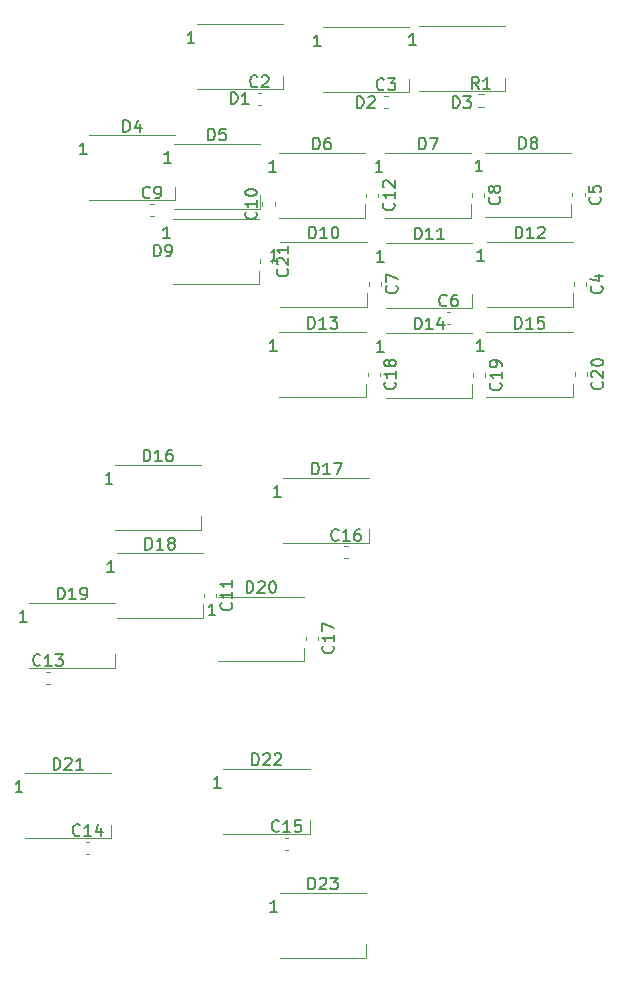
<source format=gbr>
%TF.GenerationSoftware,KiCad,Pcbnew,(5.1.12-1-10_14)*%
%TF.CreationDate,2021-11-24T11:20:23+11:00*%
%TF.ProjectId,Landing Gear Panel PCB V2,4c616e64-696e-4672-9047-656172205061,rev?*%
%TF.SameCoordinates,Original*%
%TF.FileFunction,Legend,Top*%
%TF.FilePolarity,Positive*%
%FSLAX46Y46*%
G04 Gerber Fmt 4.6, Leading zero omitted, Abs format (unit mm)*
G04 Created by KiCad (PCBNEW (5.1.12-1-10_14)) date 2021-11-24 11:20:23*
%MOMM*%
%LPD*%
G01*
G04 APERTURE LIST*
%ADD10C,0.120000*%
%ADD11C,0.150000*%
G04 APERTURE END LIST*
D10*
%TO.C,C21*%
X87140000Y-60049721D02*
X87140000Y-60375279D01*
X88160000Y-60049721D02*
X88160000Y-60375279D01*
%TO.C,C20*%
X113790000Y-69599721D02*
X113790000Y-69925279D01*
X114810000Y-69599721D02*
X114810000Y-69925279D01*
%TO.C,C19*%
X105190000Y-69699721D02*
X105190000Y-70025279D01*
X106210000Y-69699721D02*
X106210000Y-70025279D01*
%TO.C,C18*%
X96240000Y-69624721D02*
X96240000Y-69950279D01*
X97260000Y-69624721D02*
X97260000Y-69950279D01*
%TO.C,C7*%
X96390000Y-61949721D02*
X96390000Y-62275279D01*
X97410000Y-61949721D02*
X97410000Y-62275279D01*
%TO.C,D6*%
X96016000Y-56521600D02*
X96016000Y-55371600D01*
X88716000Y-56521600D02*
X96016000Y-56521600D01*
X88716000Y-51021600D02*
X96016000Y-51021600D01*
%TO.C,C11*%
X83410000Y-88334420D02*
X83410000Y-88615580D01*
X82390000Y-88334420D02*
X82390000Y-88615580D01*
%TO.C,R1*%
X105587742Y-46077500D02*
X106062258Y-46077500D01*
X105587742Y-47122500D02*
X106062258Y-47122500D01*
%TO.C,C17*%
X92010000Y-91984420D02*
X92010000Y-92265580D01*
X90990000Y-91984420D02*
X90990000Y-92265580D01*
%TO.C,C16*%
X94284420Y-84340000D02*
X94565580Y-84340000D01*
X94284420Y-85360000D02*
X94565580Y-85360000D01*
%TO.C,C15*%
X89234420Y-108990000D02*
X89515580Y-108990000D01*
X89234420Y-110010000D02*
X89515580Y-110010000D01*
%TO.C,C14*%
X72384420Y-109340000D02*
X72665580Y-109340000D01*
X72384420Y-110360000D02*
X72665580Y-110360000D01*
%TO.C,C13*%
X69034420Y-94940000D02*
X69315580Y-94940000D01*
X69034420Y-95960000D02*
X69315580Y-95960000D01*
%TO.C,C12*%
X97160000Y-54484420D02*
X97160000Y-54765580D01*
X96140000Y-54484420D02*
X96140000Y-54765580D01*
%TO.C,C10*%
X87340000Y-55490580D02*
X87340000Y-55209420D01*
X88360000Y-55490580D02*
X88360000Y-55209420D01*
%TO.C,C9*%
X77834420Y-55340000D02*
X78115580Y-55340000D01*
X77834420Y-56360000D02*
X78115580Y-56360000D01*
%TO.C,C8*%
X106110000Y-54459420D02*
X106110000Y-54740580D01*
X105090000Y-54459420D02*
X105090000Y-54740580D01*
%TO.C,C6*%
X102959420Y-64490000D02*
X103240580Y-64490000D01*
X102959420Y-65510000D02*
X103240580Y-65510000D01*
%TO.C,C5*%
X114610000Y-54434420D02*
X114610000Y-54715580D01*
X113590000Y-54434420D02*
X113590000Y-54715580D01*
%TO.C,C4*%
X114760000Y-61984420D02*
X114760000Y-62265580D01*
X113740000Y-61984420D02*
X113740000Y-62265580D01*
%TO.C,C3*%
X97659420Y-46190000D02*
X97940580Y-46190000D01*
X97659420Y-47210000D02*
X97940580Y-47210000D01*
%TO.C,C2*%
X86934420Y-45940000D02*
X87215580Y-45940000D01*
X86934420Y-46960000D02*
X87215580Y-46960000D01*
%TO.C,D16*%
X82150000Y-82950000D02*
X82150000Y-81800000D01*
X74850000Y-82950000D02*
X82150000Y-82950000D01*
X74850000Y-77450000D02*
X82150000Y-77450000D01*
%TO.C,D23*%
X96094400Y-119184000D02*
X96094400Y-118034000D01*
X88794400Y-119184000D02*
X96094400Y-119184000D01*
X88794400Y-113684000D02*
X96094400Y-113684000D01*
%TO.C,D22*%
X91330800Y-108668000D02*
X91330800Y-107518000D01*
X84030800Y-108668000D02*
X91330800Y-108668000D01*
X84030800Y-103168000D02*
X91330800Y-103168000D01*
%TO.C,D21*%
X74527600Y-109049000D02*
X74527600Y-107899000D01*
X67227600Y-109049000D02*
X74527600Y-109049000D01*
X67227600Y-103549000D02*
X74527600Y-103549000D01*
%TO.C,D20*%
X90873600Y-94088400D02*
X90873600Y-92938400D01*
X83573600Y-94088400D02*
X90873600Y-94088400D01*
X83573600Y-88588400D02*
X90873600Y-88588400D01*
%TO.C,D19*%
X74883200Y-94621600D02*
X74883200Y-93471600D01*
X67583200Y-94621600D02*
X74883200Y-94621600D01*
X67583200Y-89121600D02*
X74883200Y-89121600D01*
%TO.C,D18*%
X82300000Y-90405200D02*
X82300000Y-89255200D01*
X75000000Y-90405200D02*
X82300000Y-90405200D01*
X75000000Y-84905200D02*
X82300000Y-84905200D01*
%TO.C,D17*%
X96400000Y-84050000D02*
X96400000Y-82900000D01*
X89100000Y-84050000D02*
X96400000Y-84050000D01*
X89100000Y-78550000D02*
X96400000Y-78550000D01*
%TO.C,D15*%
X113593000Y-71710800D02*
X113593000Y-70560800D01*
X106293000Y-71710800D02*
X113593000Y-71710800D01*
X106293000Y-66210800D02*
X113593000Y-66210800D01*
%TO.C,D14*%
X105109000Y-71761600D02*
X105109000Y-70611600D01*
X97809000Y-71761600D02*
X105109000Y-71761600D01*
X97809000Y-66261600D02*
X105109000Y-66261600D01*
%TO.C,D13*%
X96066800Y-71710800D02*
X96066800Y-70560800D01*
X88766800Y-71710800D02*
X96066800Y-71710800D01*
X88766800Y-66210800D02*
X96066800Y-66210800D01*
%TO.C,D12*%
X113632000Y-64065600D02*
X113632000Y-62915600D01*
X106332000Y-64065600D02*
X113632000Y-64065600D01*
X106332000Y-58565600D02*
X113632000Y-58565600D01*
%TO.C,D11*%
X105109000Y-64141600D02*
X105109000Y-62991600D01*
X97809000Y-64141600D02*
X105109000Y-64141600D01*
X97809000Y-58641600D02*
X105109000Y-58641600D01*
%TO.C,D10*%
X96156800Y-64065600D02*
X96156800Y-62915600D01*
X88856800Y-64065600D02*
X96156800Y-64065600D01*
X88856800Y-58565600D02*
X96156800Y-58565600D01*
%TO.C,D9*%
X87024400Y-62160400D02*
X87024400Y-61010400D01*
X79724400Y-62160400D02*
X87024400Y-62160400D01*
X79724400Y-56660400D02*
X87024400Y-56660400D01*
%TO.C,D8*%
X113480000Y-56496400D02*
X113480000Y-55346400D01*
X106180000Y-56496400D02*
X113480000Y-56496400D01*
X106180000Y-50996400D02*
X113480000Y-50996400D01*
%TO.C,D7*%
X105008000Y-56521600D02*
X105008000Y-55371600D01*
X97708000Y-56521600D02*
X105008000Y-56521600D01*
X97708000Y-51021600D02*
X105008000Y-51021600D01*
%TO.C,D5*%
X87126000Y-55759600D02*
X87126000Y-54609600D01*
X79826000Y-55759600D02*
X87126000Y-55759600D01*
X79826000Y-50259600D02*
X87126000Y-50259600D01*
%TO.C,D4*%
X79963200Y-55048400D02*
X79963200Y-53898400D01*
X72663200Y-55048400D02*
X79963200Y-55048400D01*
X72663200Y-49548400D02*
X79963200Y-49548400D01*
%TO.C,D3*%
X107852000Y-45802800D02*
X107852000Y-44652800D01*
X100552000Y-45802800D02*
X107852000Y-45802800D01*
X100552000Y-40302800D02*
X107852000Y-40302800D01*
%TO.C,D2*%
X99775200Y-45904400D02*
X99775200Y-44754400D01*
X92475200Y-45904400D02*
X99775200Y-45904400D01*
X92475200Y-40404400D02*
X99775200Y-40404400D01*
%TO.C,D1*%
X89095600Y-45625200D02*
X89095600Y-44475200D01*
X81795600Y-45625200D02*
X89095600Y-45625200D01*
X81795600Y-40125200D02*
X89095600Y-40125200D01*
%TO.C,C21*%
D11*
X89437142Y-60855357D02*
X89484761Y-60902976D01*
X89532380Y-61045833D01*
X89532380Y-61141071D01*
X89484761Y-61283928D01*
X89389523Y-61379166D01*
X89294285Y-61426785D01*
X89103809Y-61474404D01*
X88960952Y-61474404D01*
X88770476Y-61426785D01*
X88675238Y-61379166D01*
X88580000Y-61283928D01*
X88532380Y-61141071D01*
X88532380Y-61045833D01*
X88580000Y-60902976D01*
X88627619Y-60855357D01*
X88627619Y-60474404D02*
X88580000Y-60426785D01*
X88532380Y-60331547D01*
X88532380Y-60093452D01*
X88580000Y-59998214D01*
X88627619Y-59950595D01*
X88722857Y-59902976D01*
X88818095Y-59902976D01*
X88960952Y-59950595D01*
X89532380Y-60522023D01*
X89532380Y-59902976D01*
X89532380Y-58950595D02*
X89532380Y-59522023D01*
X89532380Y-59236309D02*
X88532380Y-59236309D01*
X88675238Y-59331547D01*
X88770476Y-59426785D01*
X88818095Y-59522023D01*
%TO.C,C20*%
X116087142Y-70405357D02*
X116134761Y-70452976D01*
X116182380Y-70595833D01*
X116182380Y-70691071D01*
X116134761Y-70833928D01*
X116039523Y-70929166D01*
X115944285Y-70976785D01*
X115753809Y-71024404D01*
X115610952Y-71024404D01*
X115420476Y-70976785D01*
X115325238Y-70929166D01*
X115230000Y-70833928D01*
X115182380Y-70691071D01*
X115182380Y-70595833D01*
X115230000Y-70452976D01*
X115277619Y-70405357D01*
X115277619Y-70024404D02*
X115230000Y-69976785D01*
X115182380Y-69881547D01*
X115182380Y-69643452D01*
X115230000Y-69548214D01*
X115277619Y-69500595D01*
X115372857Y-69452976D01*
X115468095Y-69452976D01*
X115610952Y-69500595D01*
X116182380Y-70072023D01*
X116182380Y-69452976D01*
X115182380Y-68833928D02*
X115182380Y-68738690D01*
X115230000Y-68643452D01*
X115277619Y-68595833D01*
X115372857Y-68548214D01*
X115563333Y-68500595D01*
X115801428Y-68500595D01*
X115991904Y-68548214D01*
X116087142Y-68595833D01*
X116134761Y-68643452D01*
X116182380Y-68738690D01*
X116182380Y-68833928D01*
X116134761Y-68929166D01*
X116087142Y-68976785D01*
X115991904Y-69024404D01*
X115801428Y-69072023D01*
X115563333Y-69072023D01*
X115372857Y-69024404D01*
X115277619Y-68976785D01*
X115230000Y-68929166D01*
X115182380Y-68833928D01*
%TO.C,C19*%
X107487142Y-70505357D02*
X107534761Y-70552976D01*
X107582380Y-70695833D01*
X107582380Y-70791071D01*
X107534761Y-70933928D01*
X107439523Y-71029166D01*
X107344285Y-71076785D01*
X107153809Y-71124404D01*
X107010952Y-71124404D01*
X106820476Y-71076785D01*
X106725238Y-71029166D01*
X106630000Y-70933928D01*
X106582380Y-70791071D01*
X106582380Y-70695833D01*
X106630000Y-70552976D01*
X106677619Y-70505357D01*
X107582380Y-69552976D02*
X107582380Y-70124404D01*
X107582380Y-69838690D02*
X106582380Y-69838690D01*
X106725238Y-69933928D01*
X106820476Y-70029166D01*
X106868095Y-70124404D01*
X107582380Y-69076785D02*
X107582380Y-68886309D01*
X107534761Y-68791071D01*
X107487142Y-68743452D01*
X107344285Y-68648214D01*
X107153809Y-68600595D01*
X106772857Y-68600595D01*
X106677619Y-68648214D01*
X106630000Y-68695833D01*
X106582380Y-68791071D01*
X106582380Y-68981547D01*
X106630000Y-69076785D01*
X106677619Y-69124404D01*
X106772857Y-69172023D01*
X107010952Y-69172023D01*
X107106190Y-69124404D01*
X107153809Y-69076785D01*
X107201428Y-68981547D01*
X107201428Y-68791071D01*
X107153809Y-68695833D01*
X107106190Y-68648214D01*
X107010952Y-68600595D01*
%TO.C,C18*%
X98537142Y-70430357D02*
X98584761Y-70477976D01*
X98632380Y-70620833D01*
X98632380Y-70716071D01*
X98584761Y-70858928D01*
X98489523Y-70954166D01*
X98394285Y-71001785D01*
X98203809Y-71049404D01*
X98060952Y-71049404D01*
X97870476Y-71001785D01*
X97775238Y-70954166D01*
X97680000Y-70858928D01*
X97632380Y-70716071D01*
X97632380Y-70620833D01*
X97680000Y-70477976D01*
X97727619Y-70430357D01*
X98632380Y-69477976D02*
X98632380Y-70049404D01*
X98632380Y-69763690D02*
X97632380Y-69763690D01*
X97775238Y-69858928D01*
X97870476Y-69954166D01*
X97918095Y-70049404D01*
X98060952Y-68906547D02*
X98013333Y-69001785D01*
X97965714Y-69049404D01*
X97870476Y-69097023D01*
X97822857Y-69097023D01*
X97727619Y-69049404D01*
X97680000Y-69001785D01*
X97632380Y-68906547D01*
X97632380Y-68716071D01*
X97680000Y-68620833D01*
X97727619Y-68573214D01*
X97822857Y-68525595D01*
X97870476Y-68525595D01*
X97965714Y-68573214D01*
X98013333Y-68620833D01*
X98060952Y-68716071D01*
X98060952Y-68906547D01*
X98108571Y-69001785D01*
X98156190Y-69049404D01*
X98251428Y-69097023D01*
X98441904Y-69097023D01*
X98537142Y-69049404D01*
X98584761Y-69001785D01*
X98632380Y-68906547D01*
X98632380Y-68716071D01*
X98584761Y-68620833D01*
X98537142Y-68573214D01*
X98441904Y-68525595D01*
X98251428Y-68525595D01*
X98156190Y-68573214D01*
X98108571Y-68620833D01*
X98060952Y-68716071D01*
%TO.C,C7*%
X98687142Y-62279166D02*
X98734761Y-62326785D01*
X98782380Y-62469642D01*
X98782380Y-62564880D01*
X98734761Y-62707738D01*
X98639523Y-62802976D01*
X98544285Y-62850595D01*
X98353809Y-62898214D01*
X98210952Y-62898214D01*
X98020476Y-62850595D01*
X97925238Y-62802976D01*
X97830000Y-62707738D01*
X97782380Y-62564880D01*
X97782380Y-62469642D01*
X97830000Y-62326785D01*
X97877619Y-62279166D01*
X97782380Y-61945833D02*
X97782380Y-61279166D01*
X98782380Y-61707738D01*
%TO.C,D6*%
X91627904Y-50723980D02*
X91627904Y-49723980D01*
X91866000Y-49723980D01*
X92008857Y-49771600D01*
X92104095Y-49866838D01*
X92151714Y-49962076D01*
X92199333Y-50152552D01*
X92199333Y-50295409D01*
X92151714Y-50485885D01*
X92104095Y-50581123D01*
X92008857Y-50676361D01*
X91866000Y-50723980D01*
X91627904Y-50723980D01*
X93056476Y-49723980D02*
X92866000Y-49723980D01*
X92770761Y-49771600D01*
X92723142Y-49819219D01*
X92627904Y-49962076D01*
X92580285Y-50152552D01*
X92580285Y-50533504D01*
X92627904Y-50628742D01*
X92675523Y-50676361D01*
X92770761Y-50723980D01*
X92961238Y-50723980D01*
X93056476Y-50676361D01*
X93104095Y-50628742D01*
X93151714Y-50533504D01*
X93151714Y-50295409D01*
X93104095Y-50200171D01*
X93056476Y-50152552D01*
X92961238Y-50104933D01*
X92770761Y-50104933D01*
X92675523Y-50152552D01*
X92627904Y-50200171D01*
X92580285Y-50295409D01*
X88501714Y-52623980D02*
X87930285Y-52623980D01*
X88216000Y-52623980D02*
X88216000Y-51623980D01*
X88120761Y-51766838D01*
X88025523Y-51862076D01*
X87930285Y-51909695D01*
%TO.C,C11*%
X84687142Y-89117857D02*
X84734761Y-89165476D01*
X84782380Y-89308333D01*
X84782380Y-89403571D01*
X84734761Y-89546428D01*
X84639523Y-89641666D01*
X84544285Y-89689285D01*
X84353809Y-89736904D01*
X84210952Y-89736904D01*
X84020476Y-89689285D01*
X83925238Y-89641666D01*
X83830000Y-89546428D01*
X83782380Y-89403571D01*
X83782380Y-89308333D01*
X83830000Y-89165476D01*
X83877619Y-89117857D01*
X84782380Y-88165476D02*
X84782380Y-88736904D01*
X84782380Y-88451190D02*
X83782380Y-88451190D01*
X83925238Y-88546428D01*
X84020476Y-88641666D01*
X84068095Y-88736904D01*
X84782380Y-87213095D02*
X84782380Y-87784523D01*
X84782380Y-87498809D02*
X83782380Y-87498809D01*
X83925238Y-87594047D01*
X84020476Y-87689285D01*
X84068095Y-87784523D01*
%TO.C,R1*%
X105658333Y-45622380D02*
X105325000Y-45146190D01*
X105086904Y-45622380D02*
X105086904Y-44622380D01*
X105467857Y-44622380D01*
X105563095Y-44670000D01*
X105610714Y-44717619D01*
X105658333Y-44812857D01*
X105658333Y-44955714D01*
X105610714Y-45050952D01*
X105563095Y-45098571D01*
X105467857Y-45146190D01*
X105086904Y-45146190D01*
X106610714Y-45622380D02*
X106039285Y-45622380D01*
X106325000Y-45622380D02*
X106325000Y-44622380D01*
X106229761Y-44765238D01*
X106134523Y-44860476D01*
X106039285Y-44908095D01*
%TO.C,C17*%
X93287142Y-92767857D02*
X93334761Y-92815476D01*
X93382380Y-92958333D01*
X93382380Y-93053571D01*
X93334761Y-93196428D01*
X93239523Y-93291666D01*
X93144285Y-93339285D01*
X92953809Y-93386904D01*
X92810952Y-93386904D01*
X92620476Y-93339285D01*
X92525238Y-93291666D01*
X92430000Y-93196428D01*
X92382380Y-93053571D01*
X92382380Y-92958333D01*
X92430000Y-92815476D01*
X92477619Y-92767857D01*
X93382380Y-91815476D02*
X93382380Y-92386904D01*
X93382380Y-92101190D02*
X92382380Y-92101190D01*
X92525238Y-92196428D01*
X92620476Y-92291666D01*
X92668095Y-92386904D01*
X92382380Y-91482142D02*
X92382380Y-90815476D01*
X93382380Y-91244047D01*
%TO.C,C16*%
X93782142Y-83777142D02*
X93734523Y-83824761D01*
X93591666Y-83872380D01*
X93496428Y-83872380D01*
X93353571Y-83824761D01*
X93258333Y-83729523D01*
X93210714Y-83634285D01*
X93163095Y-83443809D01*
X93163095Y-83300952D01*
X93210714Y-83110476D01*
X93258333Y-83015238D01*
X93353571Y-82920000D01*
X93496428Y-82872380D01*
X93591666Y-82872380D01*
X93734523Y-82920000D01*
X93782142Y-82967619D01*
X94734523Y-83872380D02*
X94163095Y-83872380D01*
X94448809Y-83872380D02*
X94448809Y-82872380D01*
X94353571Y-83015238D01*
X94258333Y-83110476D01*
X94163095Y-83158095D01*
X95591666Y-82872380D02*
X95401190Y-82872380D01*
X95305952Y-82920000D01*
X95258333Y-82967619D01*
X95163095Y-83110476D01*
X95115476Y-83300952D01*
X95115476Y-83681904D01*
X95163095Y-83777142D01*
X95210714Y-83824761D01*
X95305952Y-83872380D01*
X95496428Y-83872380D01*
X95591666Y-83824761D01*
X95639285Y-83777142D01*
X95686904Y-83681904D01*
X95686904Y-83443809D01*
X95639285Y-83348571D01*
X95591666Y-83300952D01*
X95496428Y-83253333D01*
X95305952Y-83253333D01*
X95210714Y-83300952D01*
X95163095Y-83348571D01*
X95115476Y-83443809D01*
%TO.C,C15*%
X88732142Y-108427142D02*
X88684523Y-108474761D01*
X88541666Y-108522380D01*
X88446428Y-108522380D01*
X88303571Y-108474761D01*
X88208333Y-108379523D01*
X88160714Y-108284285D01*
X88113095Y-108093809D01*
X88113095Y-107950952D01*
X88160714Y-107760476D01*
X88208333Y-107665238D01*
X88303571Y-107570000D01*
X88446428Y-107522380D01*
X88541666Y-107522380D01*
X88684523Y-107570000D01*
X88732142Y-107617619D01*
X89684523Y-108522380D02*
X89113095Y-108522380D01*
X89398809Y-108522380D02*
X89398809Y-107522380D01*
X89303571Y-107665238D01*
X89208333Y-107760476D01*
X89113095Y-107808095D01*
X90589285Y-107522380D02*
X90113095Y-107522380D01*
X90065476Y-107998571D01*
X90113095Y-107950952D01*
X90208333Y-107903333D01*
X90446428Y-107903333D01*
X90541666Y-107950952D01*
X90589285Y-107998571D01*
X90636904Y-108093809D01*
X90636904Y-108331904D01*
X90589285Y-108427142D01*
X90541666Y-108474761D01*
X90446428Y-108522380D01*
X90208333Y-108522380D01*
X90113095Y-108474761D01*
X90065476Y-108427142D01*
%TO.C,C14*%
X71882142Y-108777142D02*
X71834523Y-108824761D01*
X71691666Y-108872380D01*
X71596428Y-108872380D01*
X71453571Y-108824761D01*
X71358333Y-108729523D01*
X71310714Y-108634285D01*
X71263095Y-108443809D01*
X71263095Y-108300952D01*
X71310714Y-108110476D01*
X71358333Y-108015238D01*
X71453571Y-107920000D01*
X71596428Y-107872380D01*
X71691666Y-107872380D01*
X71834523Y-107920000D01*
X71882142Y-107967619D01*
X72834523Y-108872380D02*
X72263095Y-108872380D01*
X72548809Y-108872380D02*
X72548809Y-107872380D01*
X72453571Y-108015238D01*
X72358333Y-108110476D01*
X72263095Y-108158095D01*
X73691666Y-108205714D02*
X73691666Y-108872380D01*
X73453571Y-107824761D02*
X73215476Y-108539047D01*
X73834523Y-108539047D01*
%TO.C,C13*%
X68532142Y-94377142D02*
X68484523Y-94424761D01*
X68341666Y-94472380D01*
X68246428Y-94472380D01*
X68103571Y-94424761D01*
X68008333Y-94329523D01*
X67960714Y-94234285D01*
X67913095Y-94043809D01*
X67913095Y-93900952D01*
X67960714Y-93710476D01*
X68008333Y-93615238D01*
X68103571Y-93520000D01*
X68246428Y-93472380D01*
X68341666Y-93472380D01*
X68484523Y-93520000D01*
X68532142Y-93567619D01*
X69484523Y-94472380D02*
X68913095Y-94472380D01*
X69198809Y-94472380D02*
X69198809Y-93472380D01*
X69103571Y-93615238D01*
X69008333Y-93710476D01*
X68913095Y-93758095D01*
X69817857Y-93472380D02*
X70436904Y-93472380D01*
X70103571Y-93853333D01*
X70246428Y-93853333D01*
X70341666Y-93900952D01*
X70389285Y-93948571D01*
X70436904Y-94043809D01*
X70436904Y-94281904D01*
X70389285Y-94377142D01*
X70341666Y-94424761D01*
X70246428Y-94472380D01*
X69960714Y-94472380D01*
X69865476Y-94424761D01*
X69817857Y-94377142D01*
%TO.C,C12*%
X98437142Y-55267857D02*
X98484761Y-55315476D01*
X98532380Y-55458333D01*
X98532380Y-55553571D01*
X98484761Y-55696428D01*
X98389523Y-55791666D01*
X98294285Y-55839285D01*
X98103809Y-55886904D01*
X97960952Y-55886904D01*
X97770476Y-55839285D01*
X97675238Y-55791666D01*
X97580000Y-55696428D01*
X97532380Y-55553571D01*
X97532380Y-55458333D01*
X97580000Y-55315476D01*
X97627619Y-55267857D01*
X98532380Y-54315476D02*
X98532380Y-54886904D01*
X98532380Y-54601190D02*
X97532380Y-54601190D01*
X97675238Y-54696428D01*
X97770476Y-54791666D01*
X97818095Y-54886904D01*
X97627619Y-53934523D02*
X97580000Y-53886904D01*
X97532380Y-53791666D01*
X97532380Y-53553571D01*
X97580000Y-53458333D01*
X97627619Y-53410714D01*
X97722857Y-53363095D01*
X97818095Y-53363095D01*
X97960952Y-53410714D01*
X98532380Y-53982142D01*
X98532380Y-53363095D01*
%TO.C,C10*%
X86777142Y-55992857D02*
X86824761Y-56040476D01*
X86872380Y-56183333D01*
X86872380Y-56278571D01*
X86824761Y-56421428D01*
X86729523Y-56516666D01*
X86634285Y-56564285D01*
X86443809Y-56611904D01*
X86300952Y-56611904D01*
X86110476Y-56564285D01*
X86015238Y-56516666D01*
X85920000Y-56421428D01*
X85872380Y-56278571D01*
X85872380Y-56183333D01*
X85920000Y-56040476D01*
X85967619Y-55992857D01*
X86872380Y-55040476D02*
X86872380Y-55611904D01*
X86872380Y-55326190D02*
X85872380Y-55326190D01*
X86015238Y-55421428D01*
X86110476Y-55516666D01*
X86158095Y-55611904D01*
X85872380Y-54421428D02*
X85872380Y-54326190D01*
X85920000Y-54230952D01*
X85967619Y-54183333D01*
X86062857Y-54135714D01*
X86253333Y-54088095D01*
X86491428Y-54088095D01*
X86681904Y-54135714D01*
X86777142Y-54183333D01*
X86824761Y-54230952D01*
X86872380Y-54326190D01*
X86872380Y-54421428D01*
X86824761Y-54516666D01*
X86777142Y-54564285D01*
X86681904Y-54611904D01*
X86491428Y-54659523D01*
X86253333Y-54659523D01*
X86062857Y-54611904D01*
X85967619Y-54564285D01*
X85920000Y-54516666D01*
X85872380Y-54421428D01*
%TO.C,C9*%
X77808333Y-54777142D02*
X77760714Y-54824761D01*
X77617857Y-54872380D01*
X77522619Y-54872380D01*
X77379761Y-54824761D01*
X77284523Y-54729523D01*
X77236904Y-54634285D01*
X77189285Y-54443809D01*
X77189285Y-54300952D01*
X77236904Y-54110476D01*
X77284523Y-54015238D01*
X77379761Y-53920000D01*
X77522619Y-53872380D01*
X77617857Y-53872380D01*
X77760714Y-53920000D01*
X77808333Y-53967619D01*
X78284523Y-54872380D02*
X78475000Y-54872380D01*
X78570238Y-54824761D01*
X78617857Y-54777142D01*
X78713095Y-54634285D01*
X78760714Y-54443809D01*
X78760714Y-54062857D01*
X78713095Y-53967619D01*
X78665476Y-53920000D01*
X78570238Y-53872380D01*
X78379761Y-53872380D01*
X78284523Y-53920000D01*
X78236904Y-53967619D01*
X78189285Y-54062857D01*
X78189285Y-54300952D01*
X78236904Y-54396190D01*
X78284523Y-54443809D01*
X78379761Y-54491428D01*
X78570238Y-54491428D01*
X78665476Y-54443809D01*
X78713095Y-54396190D01*
X78760714Y-54300952D01*
%TO.C,C8*%
X107387142Y-54766666D02*
X107434761Y-54814285D01*
X107482380Y-54957142D01*
X107482380Y-55052380D01*
X107434761Y-55195238D01*
X107339523Y-55290476D01*
X107244285Y-55338095D01*
X107053809Y-55385714D01*
X106910952Y-55385714D01*
X106720476Y-55338095D01*
X106625238Y-55290476D01*
X106530000Y-55195238D01*
X106482380Y-55052380D01*
X106482380Y-54957142D01*
X106530000Y-54814285D01*
X106577619Y-54766666D01*
X106910952Y-54195238D02*
X106863333Y-54290476D01*
X106815714Y-54338095D01*
X106720476Y-54385714D01*
X106672857Y-54385714D01*
X106577619Y-54338095D01*
X106530000Y-54290476D01*
X106482380Y-54195238D01*
X106482380Y-54004761D01*
X106530000Y-53909523D01*
X106577619Y-53861904D01*
X106672857Y-53814285D01*
X106720476Y-53814285D01*
X106815714Y-53861904D01*
X106863333Y-53909523D01*
X106910952Y-54004761D01*
X106910952Y-54195238D01*
X106958571Y-54290476D01*
X107006190Y-54338095D01*
X107101428Y-54385714D01*
X107291904Y-54385714D01*
X107387142Y-54338095D01*
X107434761Y-54290476D01*
X107482380Y-54195238D01*
X107482380Y-54004761D01*
X107434761Y-53909523D01*
X107387142Y-53861904D01*
X107291904Y-53814285D01*
X107101428Y-53814285D01*
X107006190Y-53861904D01*
X106958571Y-53909523D01*
X106910952Y-54004761D01*
%TO.C,C6*%
X102933333Y-63927142D02*
X102885714Y-63974761D01*
X102742857Y-64022380D01*
X102647619Y-64022380D01*
X102504761Y-63974761D01*
X102409523Y-63879523D01*
X102361904Y-63784285D01*
X102314285Y-63593809D01*
X102314285Y-63450952D01*
X102361904Y-63260476D01*
X102409523Y-63165238D01*
X102504761Y-63070000D01*
X102647619Y-63022380D01*
X102742857Y-63022380D01*
X102885714Y-63070000D01*
X102933333Y-63117619D01*
X103790476Y-63022380D02*
X103600000Y-63022380D01*
X103504761Y-63070000D01*
X103457142Y-63117619D01*
X103361904Y-63260476D01*
X103314285Y-63450952D01*
X103314285Y-63831904D01*
X103361904Y-63927142D01*
X103409523Y-63974761D01*
X103504761Y-64022380D01*
X103695238Y-64022380D01*
X103790476Y-63974761D01*
X103838095Y-63927142D01*
X103885714Y-63831904D01*
X103885714Y-63593809D01*
X103838095Y-63498571D01*
X103790476Y-63450952D01*
X103695238Y-63403333D01*
X103504761Y-63403333D01*
X103409523Y-63450952D01*
X103361904Y-63498571D01*
X103314285Y-63593809D01*
%TO.C,C5*%
X115887142Y-54741666D02*
X115934761Y-54789285D01*
X115982380Y-54932142D01*
X115982380Y-55027380D01*
X115934761Y-55170238D01*
X115839523Y-55265476D01*
X115744285Y-55313095D01*
X115553809Y-55360714D01*
X115410952Y-55360714D01*
X115220476Y-55313095D01*
X115125238Y-55265476D01*
X115030000Y-55170238D01*
X114982380Y-55027380D01*
X114982380Y-54932142D01*
X115030000Y-54789285D01*
X115077619Y-54741666D01*
X114982380Y-53836904D02*
X114982380Y-54313095D01*
X115458571Y-54360714D01*
X115410952Y-54313095D01*
X115363333Y-54217857D01*
X115363333Y-53979761D01*
X115410952Y-53884523D01*
X115458571Y-53836904D01*
X115553809Y-53789285D01*
X115791904Y-53789285D01*
X115887142Y-53836904D01*
X115934761Y-53884523D01*
X115982380Y-53979761D01*
X115982380Y-54217857D01*
X115934761Y-54313095D01*
X115887142Y-54360714D01*
%TO.C,C4*%
X116037142Y-62291666D02*
X116084761Y-62339285D01*
X116132380Y-62482142D01*
X116132380Y-62577380D01*
X116084761Y-62720238D01*
X115989523Y-62815476D01*
X115894285Y-62863095D01*
X115703809Y-62910714D01*
X115560952Y-62910714D01*
X115370476Y-62863095D01*
X115275238Y-62815476D01*
X115180000Y-62720238D01*
X115132380Y-62577380D01*
X115132380Y-62482142D01*
X115180000Y-62339285D01*
X115227619Y-62291666D01*
X115465714Y-61434523D02*
X116132380Y-61434523D01*
X115084761Y-61672619D02*
X115799047Y-61910714D01*
X115799047Y-61291666D01*
%TO.C,C3*%
X97633333Y-45627142D02*
X97585714Y-45674761D01*
X97442857Y-45722380D01*
X97347619Y-45722380D01*
X97204761Y-45674761D01*
X97109523Y-45579523D01*
X97061904Y-45484285D01*
X97014285Y-45293809D01*
X97014285Y-45150952D01*
X97061904Y-44960476D01*
X97109523Y-44865238D01*
X97204761Y-44770000D01*
X97347619Y-44722380D01*
X97442857Y-44722380D01*
X97585714Y-44770000D01*
X97633333Y-44817619D01*
X97966666Y-44722380D02*
X98585714Y-44722380D01*
X98252380Y-45103333D01*
X98395238Y-45103333D01*
X98490476Y-45150952D01*
X98538095Y-45198571D01*
X98585714Y-45293809D01*
X98585714Y-45531904D01*
X98538095Y-45627142D01*
X98490476Y-45674761D01*
X98395238Y-45722380D01*
X98109523Y-45722380D01*
X98014285Y-45674761D01*
X97966666Y-45627142D01*
%TO.C,C2*%
X86908333Y-45377142D02*
X86860714Y-45424761D01*
X86717857Y-45472380D01*
X86622619Y-45472380D01*
X86479761Y-45424761D01*
X86384523Y-45329523D01*
X86336904Y-45234285D01*
X86289285Y-45043809D01*
X86289285Y-44900952D01*
X86336904Y-44710476D01*
X86384523Y-44615238D01*
X86479761Y-44520000D01*
X86622619Y-44472380D01*
X86717857Y-44472380D01*
X86860714Y-44520000D01*
X86908333Y-44567619D01*
X87289285Y-44567619D02*
X87336904Y-44520000D01*
X87432142Y-44472380D01*
X87670238Y-44472380D01*
X87765476Y-44520000D01*
X87813095Y-44567619D01*
X87860714Y-44662857D01*
X87860714Y-44758095D01*
X87813095Y-44900952D01*
X87241666Y-45472380D01*
X87860714Y-45472380D01*
%TO.C,D16*%
X77285714Y-77152380D02*
X77285714Y-76152380D01*
X77523809Y-76152380D01*
X77666666Y-76200000D01*
X77761904Y-76295238D01*
X77809523Y-76390476D01*
X77857142Y-76580952D01*
X77857142Y-76723809D01*
X77809523Y-76914285D01*
X77761904Y-77009523D01*
X77666666Y-77104761D01*
X77523809Y-77152380D01*
X77285714Y-77152380D01*
X78809523Y-77152380D02*
X78238095Y-77152380D01*
X78523809Y-77152380D02*
X78523809Y-76152380D01*
X78428571Y-76295238D01*
X78333333Y-76390476D01*
X78238095Y-76438095D01*
X79666666Y-76152380D02*
X79476190Y-76152380D01*
X79380952Y-76200000D01*
X79333333Y-76247619D01*
X79238095Y-76390476D01*
X79190476Y-76580952D01*
X79190476Y-76961904D01*
X79238095Y-77057142D01*
X79285714Y-77104761D01*
X79380952Y-77152380D01*
X79571428Y-77152380D01*
X79666666Y-77104761D01*
X79714285Y-77057142D01*
X79761904Y-76961904D01*
X79761904Y-76723809D01*
X79714285Y-76628571D01*
X79666666Y-76580952D01*
X79571428Y-76533333D01*
X79380952Y-76533333D01*
X79285714Y-76580952D01*
X79238095Y-76628571D01*
X79190476Y-76723809D01*
X74635714Y-79052380D02*
X74064285Y-79052380D01*
X74350000Y-79052380D02*
X74350000Y-78052380D01*
X74254761Y-78195238D01*
X74159523Y-78290476D01*
X74064285Y-78338095D01*
%TO.C,D23*%
X91230114Y-113386380D02*
X91230114Y-112386380D01*
X91468209Y-112386380D01*
X91611066Y-112434000D01*
X91706304Y-112529238D01*
X91753923Y-112624476D01*
X91801542Y-112814952D01*
X91801542Y-112957809D01*
X91753923Y-113148285D01*
X91706304Y-113243523D01*
X91611066Y-113338761D01*
X91468209Y-113386380D01*
X91230114Y-113386380D01*
X92182495Y-112481619D02*
X92230114Y-112434000D01*
X92325352Y-112386380D01*
X92563447Y-112386380D01*
X92658685Y-112434000D01*
X92706304Y-112481619D01*
X92753923Y-112576857D01*
X92753923Y-112672095D01*
X92706304Y-112814952D01*
X92134876Y-113386380D01*
X92753923Y-113386380D01*
X93087257Y-112386380D02*
X93706304Y-112386380D01*
X93372971Y-112767333D01*
X93515828Y-112767333D01*
X93611066Y-112814952D01*
X93658685Y-112862571D01*
X93706304Y-112957809D01*
X93706304Y-113195904D01*
X93658685Y-113291142D01*
X93611066Y-113338761D01*
X93515828Y-113386380D01*
X93230114Y-113386380D01*
X93134876Y-113338761D01*
X93087257Y-113291142D01*
X88580114Y-115286380D02*
X88008685Y-115286380D01*
X88294400Y-115286380D02*
X88294400Y-114286380D01*
X88199161Y-114429238D01*
X88103923Y-114524476D01*
X88008685Y-114572095D01*
%TO.C,D22*%
X86466514Y-102870380D02*
X86466514Y-101870380D01*
X86704609Y-101870380D01*
X86847466Y-101918000D01*
X86942704Y-102013238D01*
X86990323Y-102108476D01*
X87037942Y-102298952D01*
X87037942Y-102441809D01*
X86990323Y-102632285D01*
X86942704Y-102727523D01*
X86847466Y-102822761D01*
X86704609Y-102870380D01*
X86466514Y-102870380D01*
X87418895Y-101965619D02*
X87466514Y-101918000D01*
X87561752Y-101870380D01*
X87799847Y-101870380D01*
X87895085Y-101918000D01*
X87942704Y-101965619D01*
X87990323Y-102060857D01*
X87990323Y-102156095D01*
X87942704Y-102298952D01*
X87371276Y-102870380D01*
X87990323Y-102870380D01*
X88371276Y-101965619D02*
X88418895Y-101918000D01*
X88514133Y-101870380D01*
X88752228Y-101870380D01*
X88847466Y-101918000D01*
X88895085Y-101965619D01*
X88942704Y-102060857D01*
X88942704Y-102156095D01*
X88895085Y-102298952D01*
X88323657Y-102870380D01*
X88942704Y-102870380D01*
X83816514Y-104770380D02*
X83245085Y-104770380D01*
X83530800Y-104770380D02*
X83530800Y-103770380D01*
X83435561Y-103913238D01*
X83340323Y-104008476D01*
X83245085Y-104056095D01*
%TO.C,D21*%
X69663314Y-103251380D02*
X69663314Y-102251380D01*
X69901409Y-102251380D01*
X70044266Y-102299000D01*
X70139504Y-102394238D01*
X70187123Y-102489476D01*
X70234742Y-102679952D01*
X70234742Y-102822809D01*
X70187123Y-103013285D01*
X70139504Y-103108523D01*
X70044266Y-103203761D01*
X69901409Y-103251380D01*
X69663314Y-103251380D01*
X70615695Y-102346619D02*
X70663314Y-102299000D01*
X70758552Y-102251380D01*
X70996647Y-102251380D01*
X71091885Y-102299000D01*
X71139504Y-102346619D01*
X71187123Y-102441857D01*
X71187123Y-102537095D01*
X71139504Y-102679952D01*
X70568076Y-103251380D01*
X71187123Y-103251380D01*
X72139504Y-103251380D02*
X71568076Y-103251380D01*
X71853790Y-103251380D02*
X71853790Y-102251380D01*
X71758552Y-102394238D01*
X71663314Y-102489476D01*
X71568076Y-102537095D01*
X67013314Y-105151380D02*
X66441885Y-105151380D01*
X66727600Y-105151380D02*
X66727600Y-104151380D01*
X66632361Y-104294238D01*
X66537123Y-104389476D01*
X66441885Y-104437095D01*
%TO.C,D20*%
X86009314Y-88290780D02*
X86009314Y-87290780D01*
X86247409Y-87290780D01*
X86390266Y-87338400D01*
X86485504Y-87433638D01*
X86533123Y-87528876D01*
X86580742Y-87719352D01*
X86580742Y-87862209D01*
X86533123Y-88052685D01*
X86485504Y-88147923D01*
X86390266Y-88243161D01*
X86247409Y-88290780D01*
X86009314Y-88290780D01*
X86961695Y-87386019D02*
X87009314Y-87338400D01*
X87104552Y-87290780D01*
X87342647Y-87290780D01*
X87437885Y-87338400D01*
X87485504Y-87386019D01*
X87533123Y-87481257D01*
X87533123Y-87576495D01*
X87485504Y-87719352D01*
X86914076Y-88290780D01*
X87533123Y-88290780D01*
X88152171Y-87290780D02*
X88247409Y-87290780D01*
X88342647Y-87338400D01*
X88390266Y-87386019D01*
X88437885Y-87481257D01*
X88485504Y-87671733D01*
X88485504Y-87909828D01*
X88437885Y-88100304D01*
X88390266Y-88195542D01*
X88342647Y-88243161D01*
X88247409Y-88290780D01*
X88152171Y-88290780D01*
X88056933Y-88243161D01*
X88009314Y-88195542D01*
X87961695Y-88100304D01*
X87914076Y-87909828D01*
X87914076Y-87671733D01*
X87961695Y-87481257D01*
X88009314Y-87386019D01*
X88056933Y-87338400D01*
X88152171Y-87290780D01*
X83359314Y-90190780D02*
X82787885Y-90190780D01*
X83073600Y-90190780D02*
X83073600Y-89190780D01*
X82978361Y-89333638D01*
X82883123Y-89428876D01*
X82787885Y-89476495D01*
%TO.C,D19*%
X70018914Y-88823980D02*
X70018914Y-87823980D01*
X70257009Y-87823980D01*
X70399866Y-87871600D01*
X70495104Y-87966838D01*
X70542723Y-88062076D01*
X70590342Y-88252552D01*
X70590342Y-88395409D01*
X70542723Y-88585885D01*
X70495104Y-88681123D01*
X70399866Y-88776361D01*
X70257009Y-88823980D01*
X70018914Y-88823980D01*
X71542723Y-88823980D02*
X70971295Y-88823980D01*
X71257009Y-88823980D02*
X71257009Y-87823980D01*
X71161771Y-87966838D01*
X71066533Y-88062076D01*
X70971295Y-88109695D01*
X72018914Y-88823980D02*
X72209390Y-88823980D01*
X72304628Y-88776361D01*
X72352247Y-88728742D01*
X72447485Y-88585885D01*
X72495104Y-88395409D01*
X72495104Y-88014457D01*
X72447485Y-87919219D01*
X72399866Y-87871600D01*
X72304628Y-87823980D01*
X72114152Y-87823980D01*
X72018914Y-87871600D01*
X71971295Y-87919219D01*
X71923676Y-88014457D01*
X71923676Y-88252552D01*
X71971295Y-88347790D01*
X72018914Y-88395409D01*
X72114152Y-88443028D01*
X72304628Y-88443028D01*
X72399866Y-88395409D01*
X72447485Y-88347790D01*
X72495104Y-88252552D01*
X67368914Y-90723980D02*
X66797485Y-90723980D01*
X67083200Y-90723980D02*
X67083200Y-89723980D01*
X66987961Y-89866838D01*
X66892723Y-89962076D01*
X66797485Y-90009695D01*
%TO.C,D18*%
X77435714Y-84607580D02*
X77435714Y-83607580D01*
X77673809Y-83607580D01*
X77816666Y-83655200D01*
X77911904Y-83750438D01*
X77959523Y-83845676D01*
X78007142Y-84036152D01*
X78007142Y-84179009D01*
X77959523Y-84369485D01*
X77911904Y-84464723D01*
X77816666Y-84559961D01*
X77673809Y-84607580D01*
X77435714Y-84607580D01*
X78959523Y-84607580D02*
X78388095Y-84607580D01*
X78673809Y-84607580D02*
X78673809Y-83607580D01*
X78578571Y-83750438D01*
X78483333Y-83845676D01*
X78388095Y-83893295D01*
X79530952Y-84036152D02*
X79435714Y-83988533D01*
X79388095Y-83940914D01*
X79340476Y-83845676D01*
X79340476Y-83798057D01*
X79388095Y-83702819D01*
X79435714Y-83655200D01*
X79530952Y-83607580D01*
X79721428Y-83607580D01*
X79816666Y-83655200D01*
X79864285Y-83702819D01*
X79911904Y-83798057D01*
X79911904Y-83845676D01*
X79864285Y-83940914D01*
X79816666Y-83988533D01*
X79721428Y-84036152D01*
X79530952Y-84036152D01*
X79435714Y-84083771D01*
X79388095Y-84131390D01*
X79340476Y-84226628D01*
X79340476Y-84417104D01*
X79388095Y-84512342D01*
X79435714Y-84559961D01*
X79530952Y-84607580D01*
X79721428Y-84607580D01*
X79816666Y-84559961D01*
X79864285Y-84512342D01*
X79911904Y-84417104D01*
X79911904Y-84226628D01*
X79864285Y-84131390D01*
X79816666Y-84083771D01*
X79721428Y-84036152D01*
X74785714Y-86507580D02*
X74214285Y-86507580D01*
X74500000Y-86507580D02*
X74500000Y-85507580D01*
X74404761Y-85650438D01*
X74309523Y-85745676D01*
X74214285Y-85793295D01*
%TO.C,D17*%
X91535714Y-78252380D02*
X91535714Y-77252380D01*
X91773809Y-77252380D01*
X91916666Y-77300000D01*
X92011904Y-77395238D01*
X92059523Y-77490476D01*
X92107142Y-77680952D01*
X92107142Y-77823809D01*
X92059523Y-78014285D01*
X92011904Y-78109523D01*
X91916666Y-78204761D01*
X91773809Y-78252380D01*
X91535714Y-78252380D01*
X93059523Y-78252380D02*
X92488095Y-78252380D01*
X92773809Y-78252380D02*
X92773809Y-77252380D01*
X92678571Y-77395238D01*
X92583333Y-77490476D01*
X92488095Y-77538095D01*
X93392857Y-77252380D02*
X94059523Y-77252380D01*
X93630952Y-78252380D01*
X88885714Y-80152380D02*
X88314285Y-80152380D01*
X88600000Y-80152380D02*
X88600000Y-79152380D01*
X88504761Y-79295238D01*
X88409523Y-79390476D01*
X88314285Y-79438095D01*
%TO.C,D15*%
X108728714Y-65913180D02*
X108728714Y-64913180D01*
X108966809Y-64913180D01*
X109109666Y-64960800D01*
X109204904Y-65056038D01*
X109252523Y-65151276D01*
X109300142Y-65341752D01*
X109300142Y-65484609D01*
X109252523Y-65675085D01*
X109204904Y-65770323D01*
X109109666Y-65865561D01*
X108966809Y-65913180D01*
X108728714Y-65913180D01*
X110252523Y-65913180D02*
X109681095Y-65913180D01*
X109966809Y-65913180D02*
X109966809Y-64913180D01*
X109871571Y-65056038D01*
X109776333Y-65151276D01*
X109681095Y-65198895D01*
X111157285Y-64913180D02*
X110681095Y-64913180D01*
X110633476Y-65389371D01*
X110681095Y-65341752D01*
X110776333Y-65294133D01*
X111014428Y-65294133D01*
X111109666Y-65341752D01*
X111157285Y-65389371D01*
X111204904Y-65484609D01*
X111204904Y-65722704D01*
X111157285Y-65817942D01*
X111109666Y-65865561D01*
X111014428Y-65913180D01*
X110776333Y-65913180D01*
X110681095Y-65865561D01*
X110633476Y-65817942D01*
X106078714Y-67813180D02*
X105507285Y-67813180D01*
X105793000Y-67813180D02*
X105793000Y-66813180D01*
X105697761Y-66956038D01*
X105602523Y-67051276D01*
X105507285Y-67098895D01*
%TO.C,D14*%
X100244714Y-65963980D02*
X100244714Y-64963980D01*
X100482809Y-64963980D01*
X100625666Y-65011600D01*
X100720904Y-65106838D01*
X100768523Y-65202076D01*
X100816142Y-65392552D01*
X100816142Y-65535409D01*
X100768523Y-65725885D01*
X100720904Y-65821123D01*
X100625666Y-65916361D01*
X100482809Y-65963980D01*
X100244714Y-65963980D01*
X101768523Y-65963980D02*
X101197095Y-65963980D01*
X101482809Y-65963980D02*
X101482809Y-64963980D01*
X101387571Y-65106838D01*
X101292333Y-65202076D01*
X101197095Y-65249695D01*
X102625666Y-65297314D02*
X102625666Y-65963980D01*
X102387571Y-64916361D02*
X102149476Y-65630647D01*
X102768523Y-65630647D01*
X97594714Y-67863980D02*
X97023285Y-67863980D01*
X97309000Y-67863980D02*
X97309000Y-66863980D01*
X97213761Y-67006838D01*
X97118523Y-67102076D01*
X97023285Y-67149695D01*
%TO.C,D13*%
X91202514Y-65913180D02*
X91202514Y-64913180D01*
X91440609Y-64913180D01*
X91583466Y-64960800D01*
X91678704Y-65056038D01*
X91726323Y-65151276D01*
X91773942Y-65341752D01*
X91773942Y-65484609D01*
X91726323Y-65675085D01*
X91678704Y-65770323D01*
X91583466Y-65865561D01*
X91440609Y-65913180D01*
X91202514Y-65913180D01*
X92726323Y-65913180D02*
X92154895Y-65913180D01*
X92440609Y-65913180D02*
X92440609Y-64913180D01*
X92345371Y-65056038D01*
X92250133Y-65151276D01*
X92154895Y-65198895D01*
X93059657Y-64913180D02*
X93678704Y-64913180D01*
X93345371Y-65294133D01*
X93488228Y-65294133D01*
X93583466Y-65341752D01*
X93631085Y-65389371D01*
X93678704Y-65484609D01*
X93678704Y-65722704D01*
X93631085Y-65817942D01*
X93583466Y-65865561D01*
X93488228Y-65913180D01*
X93202514Y-65913180D01*
X93107276Y-65865561D01*
X93059657Y-65817942D01*
X88552514Y-67813180D02*
X87981085Y-67813180D01*
X88266800Y-67813180D02*
X88266800Y-66813180D01*
X88171561Y-66956038D01*
X88076323Y-67051276D01*
X87981085Y-67098895D01*
%TO.C,D12*%
X108767714Y-58267980D02*
X108767714Y-57267980D01*
X109005809Y-57267980D01*
X109148666Y-57315600D01*
X109243904Y-57410838D01*
X109291523Y-57506076D01*
X109339142Y-57696552D01*
X109339142Y-57839409D01*
X109291523Y-58029885D01*
X109243904Y-58125123D01*
X109148666Y-58220361D01*
X109005809Y-58267980D01*
X108767714Y-58267980D01*
X110291523Y-58267980D02*
X109720095Y-58267980D01*
X110005809Y-58267980D02*
X110005809Y-57267980D01*
X109910571Y-57410838D01*
X109815333Y-57506076D01*
X109720095Y-57553695D01*
X110672476Y-57363219D02*
X110720095Y-57315600D01*
X110815333Y-57267980D01*
X111053428Y-57267980D01*
X111148666Y-57315600D01*
X111196285Y-57363219D01*
X111243904Y-57458457D01*
X111243904Y-57553695D01*
X111196285Y-57696552D01*
X110624857Y-58267980D01*
X111243904Y-58267980D01*
X106117714Y-60167980D02*
X105546285Y-60167980D01*
X105832000Y-60167980D02*
X105832000Y-59167980D01*
X105736761Y-59310838D01*
X105641523Y-59406076D01*
X105546285Y-59453695D01*
%TO.C,D11*%
X100244714Y-58343980D02*
X100244714Y-57343980D01*
X100482809Y-57343980D01*
X100625666Y-57391600D01*
X100720904Y-57486838D01*
X100768523Y-57582076D01*
X100816142Y-57772552D01*
X100816142Y-57915409D01*
X100768523Y-58105885D01*
X100720904Y-58201123D01*
X100625666Y-58296361D01*
X100482809Y-58343980D01*
X100244714Y-58343980D01*
X101768523Y-58343980D02*
X101197095Y-58343980D01*
X101482809Y-58343980D02*
X101482809Y-57343980D01*
X101387571Y-57486838D01*
X101292333Y-57582076D01*
X101197095Y-57629695D01*
X102720904Y-58343980D02*
X102149476Y-58343980D01*
X102435190Y-58343980D02*
X102435190Y-57343980D01*
X102339952Y-57486838D01*
X102244714Y-57582076D01*
X102149476Y-57629695D01*
X97594714Y-60243980D02*
X97023285Y-60243980D01*
X97309000Y-60243980D02*
X97309000Y-59243980D01*
X97213761Y-59386838D01*
X97118523Y-59482076D01*
X97023285Y-59529695D01*
%TO.C,D10*%
X91292514Y-58267980D02*
X91292514Y-57267980D01*
X91530609Y-57267980D01*
X91673466Y-57315600D01*
X91768704Y-57410838D01*
X91816323Y-57506076D01*
X91863942Y-57696552D01*
X91863942Y-57839409D01*
X91816323Y-58029885D01*
X91768704Y-58125123D01*
X91673466Y-58220361D01*
X91530609Y-58267980D01*
X91292514Y-58267980D01*
X92816323Y-58267980D02*
X92244895Y-58267980D01*
X92530609Y-58267980D02*
X92530609Y-57267980D01*
X92435371Y-57410838D01*
X92340133Y-57506076D01*
X92244895Y-57553695D01*
X93435371Y-57267980D02*
X93530609Y-57267980D01*
X93625847Y-57315600D01*
X93673466Y-57363219D01*
X93721085Y-57458457D01*
X93768704Y-57648933D01*
X93768704Y-57887028D01*
X93721085Y-58077504D01*
X93673466Y-58172742D01*
X93625847Y-58220361D01*
X93530609Y-58267980D01*
X93435371Y-58267980D01*
X93340133Y-58220361D01*
X93292514Y-58172742D01*
X93244895Y-58077504D01*
X93197276Y-57887028D01*
X93197276Y-57648933D01*
X93244895Y-57458457D01*
X93292514Y-57363219D01*
X93340133Y-57315600D01*
X93435371Y-57267980D01*
X88642514Y-60167980D02*
X88071085Y-60167980D01*
X88356800Y-60167980D02*
X88356800Y-59167980D01*
X88261561Y-59310838D01*
X88166323Y-59406076D01*
X88071085Y-59453695D01*
%TO.C,D9*%
X78154304Y-59786780D02*
X78154304Y-58786780D01*
X78392400Y-58786780D01*
X78535257Y-58834400D01*
X78630495Y-58929638D01*
X78678114Y-59024876D01*
X78725733Y-59215352D01*
X78725733Y-59358209D01*
X78678114Y-59548685D01*
X78630495Y-59643923D01*
X78535257Y-59739161D01*
X78392400Y-59786780D01*
X78154304Y-59786780D01*
X79201923Y-59786780D02*
X79392400Y-59786780D01*
X79487638Y-59739161D01*
X79535257Y-59691542D01*
X79630495Y-59548685D01*
X79678114Y-59358209D01*
X79678114Y-58977257D01*
X79630495Y-58882019D01*
X79582876Y-58834400D01*
X79487638Y-58786780D01*
X79297161Y-58786780D01*
X79201923Y-58834400D01*
X79154304Y-58882019D01*
X79106685Y-58977257D01*
X79106685Y-59215352D01*
X79154304Y-59310590D01*
X79201923Y-59358209D01*
X79297161Y-59405828D01*
X79487638Y-59405828D01*
X79582876Y-59358209D01*
X79630495Y-59310590D01*
X79678114Y-59215352D01*
X79510114Y-58262780D02*
X78938685Y-58262780D01*
X79224400Y-58262780D02*
X79224400Y-57262780D01*
X79129161Y-57405638D01*
X79033923Y-57500876D01*
X78938685Y-57548495D01*
%TO.C,D8*%
X109091904Y-50698780D02*
X109091904Y-49698780D01*
X109330000Y-49698780D01*
X109472857Y-49746400D01*
X109568095Y-49841638D01*
X109615714Y-49936876D01*
X109663333Y-50127352D01*
X109663333Y-50270209D01*
X109615714Y-50460685D01*
X109568095Y-50555923D01*
X109472857Y-50651161D01*
X109330000Y-50698780D01*
X109091904Y-50698780D01*
X110234761Y-50127352D02*
X110139523Y-50079733D01*
X110091904Y-50032114D01*
X110044285Y-49936876D01*
X110044285Y-49889257D01*
X110091904Y-49794019D01*
X110139523Y-49746400D01*
X110234761Y-49698780D01*
X110425238Y-49698780D01*
X110520476Y-49746400D01*
X110568095Y-49794019D01*
X110615714Y-49889257D01*
X110615714Y-49936876D01*
X110568095Y-50032114D01*
X110520476Y-50079733D01*
X110425238Y-50127352D01*
X110234761Y-50127352D01*
X110139523Y-50174971D01*
X110091904Y-50222590D01*
X110044285Y-50317828D01*
X110044285Y-50508304D01*
X110091904Y-50603542D01*
X110139523Y-50651161D01*
X110234761Y-50698780D01*
X110425238Y-50698780D01*
X110520476Y-50651161D01*
X110568095Y-50603542D01*
X110615714Y-50508304D01*
X110615714Y-50317828D01*
X110568095Y-50222590D01*
X110520476Y-50174971D01*
X110425238Y-50127352D01*
X105965714Y-52598780D02*
X105394285Y-52598780D01*
X105680000Y-52598780D02*
X105680000Y-51598780D01*
X105584761Y-51741638D01*
X105489523Y-51836876D01*
X105394285Y-51884495D01*
%TO.C,D7*%
X100619904Y-50723980D02*
X100619904Y-49723980D01*
X100858000Y-49723980D01*
X101000857Y-49771600D01*
X101096095Y-49866838D01*
X101143714Y-49962076D01*
X101191333Y-50152552D01*
X101191333Y-50295409D01*
X101143714Y-50485885D01*
X101096095Y-50581123D01*
X101000857Y-50676361D01*
X100858000Y-50723980D01*
X100619904Y-50723980D01*
X101524666Y-49723980D02*
X102191333Y-49723980D01*
X101762761Y-50723980D01*
X97493714Y-52623980D02*
X96922285Y-52623980D01*
X97208000Y-52623980D02*
X97208000Y-51623980D01*
X97112761Y-51766838D01*
X97017523Y-51862076D01*
X96922285Y-51909695D01*
%TO.C,D5*%
X82737904Y-49961980D02*
X82737904Y-48961980D01*
X82976000Y-48961980D01*
X83118857Y-49009600D01*
X83214095Y-49104838D01*
X83261714Y-49200076D01*
X83309333Y-49390552D01*
X83309333Y-49533409D01*
X83261714Y-49723885D01*
X83214095Y-49819123D01*
X83118857Y-49914361D01*
X82976000Y-49961980D01*
X82737904Y-49961980D01*
X84214095Y-48961980D02*
X83737904Y-48961980D01*
X83690285Y-49438171D01*
X83737904Y-49390552D01*
X83833142Y-49342933D01*
X84071238Y-49342933D01*
X84166476Y-49390552D01*
X84214095Y-49438171D01*
X84261714Y-49533409D01*
X84261714Y-49771504D01*
X84214095Y-49866742D01*
X84166476Y-49914361D01*
X84071238Y-49961980D01*
X83833142Y-49961980D01*
X83737904Y-49914361D01*
X83690285Y-49866742D01*
X79611714Y-51861980D02*
X79040285Y-51861980D01*
X79326000Y-51861980D02*
X79326000Y-50861980D01*
X79230761Y-51004838D01*
X79135523Y-51100076D01*
X79040285Y-51147695D01*
%TO.C,D4*%
X75575104Y-49250780D02*
X75575104Y-48250780D01*
X75813200Y-48250780D01*
X75956057Y-48298400D01*
X76051295Y-48393638D01*
X76098914Y-48488876D01*
X76146533Y-48679352D01*
X76146533Y-48822209D01*
X76098914Y-49012685D01*
X76051295Y-49107923D01*
X75956057Y-49203161D01*
X75813200Y-49250780D01*
X75575104Y-49250780D01*
X77003676Y-48584114D02*
X77003676Y-49250780D01*
X76765580Y-48203161D02*
X76527485Y-48917447D01*
X77146533Y-48917447D01*
X72448914Y-51150780D02*
X71877485Y-51150780D01*
X72163200Y-51150780D02*
X72163200Y-50150780D01*
X72067961Y-50293638D01*
X71972723Y-50388876D01*
X71877485Y-50436495D01*
%TO.C,D3*%
X103452304Y-47239180D02*
X103452304Y-46239180D01*
X103690400Y-46239180D01*
X103833257Y-46286800D01*
X103928495Y-46382038D01*
X103976114Y-46477276D01*
X104023733Y-46667752D01*
X104023733Y-46810609D01*
X103976114Y-47001085D01*
X103928495Y-47096323D01*
X103833257Y-47191561D01*
X103690400Y-47239180D01*
X103452304Y-47239180D01*
X104357066Y-46239180D02*
X104976114Y-46239180D01*
X104642780Y-46620133D01*
X104785638Y-46620133D01*
X104880876Y-46667752D01*
X104928495Y-46715371D01*
X104976114Y-46810609D01*
X104976114Y-47048704D01*
X104928495Y-47143942D01*
X104880876Y-47191561D01*
X104785638Y-47239180D01*
X104499923Y-47239180D01*
X104404685Y-47191561D01*
X104357066Y-47143942D01*
X100337714Y-41905180D02*
X99766285Y-41905180D01*
X100052000Y-41905180D02*
X100052000Y-40905180D01*
X99956761Y-41048038D01*
X99861523Y-41143276D01*
X99766285Y-41190895D01*
%TO.C,D2*%
X95324704Y-47239180D02*
X95324704Y-46239180D01*
X95562800Y-46239180D01*
X95705657Y-46286800D01*
X95800895Y-46382038D01*
X95848514Y-46477276D01*
X95896133Y-46667752D01*
X95896133Y-46810609D01*
X95848514Y-47001085D01*
X95800895Y-47096323D01*
X95705657Y-47191561D01*
X95562800Y-47239180D01*
X95324704Y-47239180D01*
X96277085Y-46334419D02*
X96324704Y-46286800D01*
X96419942Y-46239180D01*
X96658038Y-46239180D01*
X96753276Y-46286800D01*
X96800895Y-46334419D01*
X96848514Y-46429657D01*
X96848514Y-46524895D01*
X96800895Y-46667752D01*
X96229466Y-47239180D01*
X96848514Y-47239180D01*
X92260914Y-42006780D02*
X91689485Y-42006780D01*
X91975200Y-42006780D02*
X91975200Y-41006780D01*
X91879961Y-41149638D01*
X91784723Y-41244876D01*
X91689485Y-41292495D01*
%TO.C,D1*%
X84656704Y-46883580D02*
X84656704Y-45883580D01*
X84894800Y-45883580D01*
X85037657Y-45931200D01*
X85132895Y-46026438D01*
X85180514Y-46121676D01*
X85228133Y-46312152D01*
X85228133Y-46455009D01*
X85180514Y-46645485D01*
X85132895Y-46740723D01*
X85037657Y-46835961D01*
X84894800Y-46883580D01*
X84656704Y-46883580D01*
X86180514Y-46883580D02*
X85609085Y-46883580D01*
X85894800Y-46883580D02*
X85894800Y-45883580D01*
X85799561Y-46026438D01*
X85704323Y-46121676D01*
X85609085Y-46169295D01*
X81581314Y-41727580D02*
X81009885Y-41727580D01*
X81295600Y-41727580D02*
X81295600Y-40727580D01*
X81200361Y-40870438D01*
X81105123Y-40965676D01*
X81009885Y-41013295D01*
%TD*%
M02*

</source>
